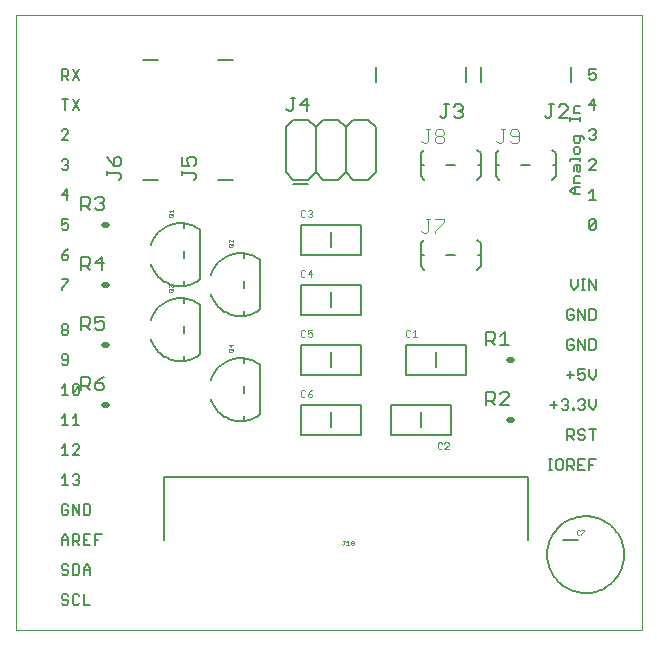
<source format=gto>
G75*
%MOIN*%
%OFA0B0*%
%FSLAX24Y24*%
%IPPOS*%
%LPD*%
%AMOC8*
5,1,8,0,0,1.08239X$1,22.5*
%
%ADD10C,0.0000*%
%ADD11C,0.0200*%
%ADD12C,0.0050*%
%ADD13C,0.0080*%
%ADD14C,0.0020*%
%ADD15C,0.0010*%
%ADD16C,0.0060*%
%ADD17C,0.0040*%
D10*
X000500Y009252D02*
X000500Y029748D01*
X021370Y029748D01*
X021370Y009252D01*
X000500Y009252D01*
D11*
X003450Y016752D02*
X003550Y016752D01*
X003550Y018752D02*
X003450Y018752D01*
X003450Y020752D02*
X003550Y020752D01*
X003550Y022752D02*
X003450Y022752D01*
X016950Y018252D02*
X017050Y018252D01*
X017050Y016252D02*
X016950Y016252D01*
D12*
X016946Y016737D02*
X016645Y016737D01*
X016946Y017038D01*
X016946Y017113D01*
X016871Y017188D01*
X016720Y017188D01*
X016645Y017113D01*
X016485Y017113D02*
X016485Y016963D01*
X016410Y016887D01*
X016185Y016887D01*
X016185Y016737D02*
X016185Y017188D01*
X016410Y017188D01*
X016485Y017113D01*
X016335Y016887D02*
X016485Y016737D01*
X016485Y018737D02*
X016335Y018887D01*
X016410Y018887D02*
X016185Y018887D01*
X016185Y018737D02*
X016185Y019188D01*
X016410Y019188D01*
X016485Y019113D01*
X016485Y018963D01*
X016410Y018887D01*
X016645Y018737D02*
X016946Y018737D01*
X016796Y018737D02*
X016796Y019188D01*
X016645Y019038D01*
X015320Y026307D02*
X015170Y026307D01*
X015095Y026382D01*
X015245Y026533D02*
X015320Y026533D01*
X015395Y026457D01*
X015395Y026382D01*
X015320Y026307D01*
X015320Y026533D02*
X015395Y026608D01*
X015395Y026683D01*
X015320Y026758D01*
X015170Y026758D01*
X015095Y026683D01*
X014934Y026758D02*
X014784Y026758D01*
X014859Y026758D02*
X014859Y026382D01*
X014784Y026307D01*
X014709Y026307D01*
X014634Y026382D01*
X018134Y026382D02*
X018209Y026307D01*
X018284Y026307D01*
X018359Y026382D01*
X018359Y026758D01*
X018284Y026758D02*
X018434Y026758D01*
X018595Y026683D02*
X018670Y026758D01*
X018820Y026758D01*
X018895Y026683D01*
X018895Y026608D01*
X018595Y026307D01*
X018895Y026307D01*
X010286Y026753D02*
X009985Y026753D01*
X010211Y026978D01*
X010211Y026527D01*
X009750Y026602D02*
X009750Y026978D01*
X009675Y026978D02*
X009825Y026978D01*
X009750Y026602D02*
X009675Y026527D01*
X009600Y026527D01*
X009525Y026602D01*
X006505Y024933D02*
X006505Y024783D01*
X006430Y024708D01*
X006280Y024708D02*
X006205Y024858D01*
X006205Y024933D01*
X006280Y025008D01*
X006430Y025008D01*
X006505Y024933D01*
X006280Y024708D02*
X006055Y024708D01*
X006055Y025008D01*
X006055Y024548D02*
X006055Y024397D01*
X006055Y024473D02*
X006430Y024473D01*
X006505Y024397D01*
X006505Y024322D01*
X006430Y024247D01*
X004005Y024322D02*
X004005Y024397D01*
X003930Y024473D01*
X003555Y024473D01*
X003555Y024548D02*
X003555Y024397D01*
X003780Y024708D02*
X003780Y024933D01*
X003855Y025008D01*
X003930Y025008D01*
X004005Y024933D01*
X004005Y024783D01*
X003930Y024708D01*
X003780Y024708D01*
X003630Y024858D01*
X003555Y025008D01*
X004005Y024322D02*
X003930Y024247D01*
X003371Y023688D02*
X003446Y023613D01*
X003446Y023538D01*
X003371Y023463D01*
X003446Y023387D01*
X003446Y023312D01*
X003371Y023237D01*
X003220Y023237D01*
X003145Y023312D01*
X002985Y023237D02*
X002835Y023387D01*
X002910Y023387D02*
X002685Y023387D01*
X002685Y023237D02*
X002685Y023688D01*
X002910Y023688D01*
X002985Y023613D01*
X002985Y023463D01*
X002910Y023387D01*
X003145Y023613D02*
X003220Y023688D01*
X003371Y023688D01*
X003371Y023463D02*
X003296Y023463D01*
X003371Y021688D02*
X003145Y021463D01*
X003446Y021463D01*
X003371Y021688D02*
X003371Y021237D01*
X002985Y021237D02*
X002835Y021387D01*
X002910Y021387D02*
X002685Y021387D01*
X002685Y021237D02*
X002685Y021688D01*
X002910Y021688D01*
X002985Y021613D01*
X002985Y021463D01*
X002910Y021387D01*
X002910Y019688D02*
X002685Y019688D01*
X002685Y019237D01*
X002685Y019387D02*
X002910Y019387D01*
X002985Y019463D01*
X002985Y019613D01*
X002910Y019688D01*
X003145Y019688D02*
X003145Y019463D01*
X003296Y019538D01*
X003371Y019538D01*
X003446Y019463D01*
X003446Y019312D01*
X003371Y019237D01*
X003220Y019237D01*
X003145Y019312D01*
X002985Y019237D02*
X002835Y019387D01*
X003145Y019688D02*
X003446Y019688D01*
X003446Y017688D02*
X003296Y017613D01*
X003145Y017463D01*
X003371Y017463D01*
X003446Y017387D01*
X003446Y017312D01*
X003371Y017237D01*
X003220Y017237D01*
X003145Y017312D01*
X003145Y017463D01*
X002985Y017463D02*
X002910Y017387D01*
X002685Y017387D01*
X002685Y017237D02*
X002685Y017688D01*
X002910Y017688D01*
X002985Y017613D01*
X002985Y017463D01*
X002835Y017387D02*
X002985Y017237D01*
D13*
X005437Y014355D02*
X017563Y014355D01*
X017563Y012252D01*
X018750Y012252D02*
X019250Y012252D01*
X018220Y011752D02*
X018222Y011823D01*
X018228Y011894D01*
X018238Y011965D01*
X018252Y012034D01*
X018269Y012103D01*
X018291Y012171D01*
X018316Y012238D01*
X018345Y012303D01*
X018377Y012366D01*
X018413Y012428D01*
X018452Y012487D01*
X018495Y012544D01*
X018540Y012599D01*
X018589Y012651D01*
X018640Y012700D01*
X018694Y012746D01*
X018751Y012790D01*
X018809Y012830D01*
X018870Y012866D01*
X018933Y012900D01*
X018998Y012929D01*
X019064Y012955D01*
X019132Y012978D01*
X019200Y012996D01*
X019270Y013011D01*
X019340Y013022D01*
X019411Y013029D01*
X019482Y013032D01*
X019553Y013031D01*
X019624Y013026D01*
X019695Y013017D01*
X019765Y013004D01*
X019834Y012988D01*
X019902Y012967D01*
X019969Y012943D01*
X020035Y012915D01*
X020098Y012883D01*
X020160Y012848D01*
X020220Y012810D01*
X020278Y012768D01*
X020333Y012724D01*
X020386Y012676D01*
X020436Y012625D01*
X020483Y012572D01*
X020527Y012516D01*
X020568Y012458D01*
X020606Y012397D01*
X020640Y012335D01*
X020670Y012270D01*
X020697Y012205D01*
X020721Y012137D01*
X020740Y012069D01*
X020756Y012000D01*
X020768Y011929D01*
X020776Y011859D01*
X020780Y011788D01*
X020780Y011716D01*
X020776Y011645D01*
X020768Y011575D01*
X020756Y011504D01*
X020740Y011435D01*
X020721Y011367D01*
X020697Y011299D01*
X020670Y011234D01*
X020640Y011169D01*
X020606Y011107D01*
X020568Y011046D01*
X020527Y010988D01*
X020483Y010932D01*
X020436Y010879D01*
X020386Y010828D01*
X020333Y010780D01*
X020278Y010736D01*
X020220Y010694D01*
X020160Y010656D01*
X020098Y010621D01*
X020035Y010589D01*
X019969Y010561D01*
X019902Y010537D01*
X019834Y010516D01*
X019765Y010500D01*
X019695Y010487D01*
X019624Y010478D01*
X019553Y010473D01*
X019482Y010472D01*
X019411Y010475D01*
X019340Y010482D01*
X019270Y010493D01*
X019200Y010508D01*
X019132Y010526D01*
X019064Y010549D01*
X018998Y010575D01*
X018933Y010604D01*
X018870Y010638D01*
X018809Y010674D01*
X018751Y010714D01*
X018694Y010758D01*
X018640Y010804D01*
X018589Y010853D01*
X018540Y010905D01*
X018495Y010960D01*
X018452Y011017D01*
X018413Y011076D01*
X018377Y011138D01*
X018345Y011201D01*
X018316Y011266D01*
X018291Y011333D01*
X018269Y011401D01*
X018252Y011470D01*
X018238Y011539D01*
X018228Y011610D01*
X018222Y011681D01*
X018220Y011752D01*
X015000Y015752D02*
X015000Y016752D01*
X013000Y016752D01*
X013000Y015752D01*
X015000Y015752D01*
X014000Y016002D02*
X014000Y016502D01*
X013500Y017752D02*
X013500Y018752D01*
X015500Y018752D01*
X015500Y017752D01*
X013500Y017752D01*
X014500Y018002D02*
X014500Y018502D01*
X014110Y021252D02*
X014000Y021362D01*
X014000Y021752D01*
X014000Y022142D01*
X014110Y022252D01*
X014100Y021752D02*
X014000Y021752D01*
X014850Y021752D02*
X015150Y021752D01*
X015900Y021752D02*
X016000Y021752D01*
X016000Y022142D01*
X015890Y022252D01*
X016000Y021752D02*
X016000Y021362D01*
X015890Y021252D01*
X015890Y024252D02*
X016000Y024362D01*
X016000Y024752D01*
X016000Y025142D01*
X015890Y025252D01*
X015900Y024752D02*
X016000Y024752D01*
X016500Y024752D02*
X016500Y024362D01*
X016610Y024252D01*
X016600Y024752D02*
X016500Y024752D01*
X016500Y025142D01*
X016610Y025252D01*
X017350Y024752D02*
X017650Y024752D01*
X018400Y024752D02*
X018500Y024752D01*
X018500Y025142D01*
X018390Y025252D01*
X018500Y024752D02*
X018500Y024362D01*
X018390Y024252D01*
X019000Y027502D02*
X019000Y028002D01*
X016000Y028002D02*
X016000Y027502D01*
X015500Y027502D02*
X015500Y028002D01*
X014110Y025252D02*
X014000Y025142D01*
X014000Y024752D01*
X014000Y024362D01*
X014110Y024252D01*
X014100Y024752D02*
X014000Y024752D01*
X014850Y024752D02*
X015150Y024752D01*
X012500Y024502D02*
X012500Y026002D01*
X012250Y026252D01*
X011750Y026252D01*
X011500Y026002D01*
X011500Y024502D01*
X011750Y024252D01*
X012250Y024252D01*
X012500Y024502D01*
X011500Y024502D02*
X011250Y024252D01*
X010750Y024252D01*
X010500Y024502D01*
X010500Y026002D01*
X010750Y026252D01*
X011250Y026252D01*
X011500Y026002D01*
X010500Y026002D02*
X010250Y026252D01*
X009750Y026252D01*
X009500Y026002D01*
X009500Y024502D01*
X009750Y024252D01*
X010250Y024252D01*
X010500Y024502D01*
X010250Y024120D02*
X009750Y024120D01*
X010000Y022752D02*
X010000Y021752D01*
X012000Y021752D01*
X012000Y022752D01*
X010000Y022752D01*
X011000Y022502D02*
X011000Y022002D01*
X010000Y020752D02*
X010000Y019752D01*
X012000Y019752D01*
X012000Y020752D01*
X010000Y020752D01*
X011000Y020502D02*
X011000Y020002D01*
X010000Y018752D02*
X010000Y017752D01*
X012000Y017752D01*
X012000Y018752D01*
X010000Y018752D01*
X011000Y018502D02*
X011000Y018002D01*
X010000Y016752D02*
X010000Y015752D01*
X012000Y015752D01*
X012000Y016752D01*
X010000Y016752D01*
X011000Y016502D02*
X011000Y016002D01*
X008650Y016428D02*
X008650Y018077D01*
X008100Y018140D02*
X008100Y018298D01*
X008100Y017365D02*
X008100Y017140D01*
X008650Y018077D02*
X008599Y018114D01*
X008546Y018149D01*
X008490Y018181D01*
X008433Y018209D01*
X008374Y018233D01*
X008314Y018254D01*
X008253Y018271D01*
X008191Y018285D01*
X008128Y018294D01*
X008065Y018300D01*
X008001Y018302D01*
X007937Y018300D01*
X007874Y018294D01*
X007811Y018285D01*
X007749Y018272D01*
X007688Y018254D01*
X007628Y018234D01*
X007569Y018209D01*
X007512Y018182D01*
X007456Y018150D01*
X007403Y018116D01*
X007352Y018078D01*
X007303Y018037D01*
X007257Y017993D01*
X007213Y017947D01*
X007172Y017898D01*
X007135Y017847D01*
X007100Y017793D01*
X007069Y017738D01*
X007041Y017681D01*
X007017Y017622D01*
X006997Y017562D01*
X006650Y018428D02*
X006650Y020077D01*
X006100Y020140D02*
X006100Y020298D01*
X006100Y020707D02*
X006100Y020865D01*
X006650Y020928D02*
X006650Y022577D01*
X006100Y022640D02*
X006100Y022798D01*
X006100Y021865D02*
X006100Y021640D01*
X006650Y022577D02*
X006599Y022614D01*
X006546Y022649D01*
X006490Y022681D01*
X006433Y022709D01*
X006374Y022733D01*
X006314Y022754D01*
X006253Y022771D01*
X006191Y022785D01*
X006128Y022794D01*
X006065Y022800D01*
X006001Y022802D01*
X005937Y022800D01*
X005874Y022794D01*
X005811Y022785D01*
X005749Y022772D01*
X005688Y022754D01*
X005628Y022734D01*
X005569Y022709D01*
X005512Y022682D01*
X005456Y022650D01*
X005403Y022616D01*
X005352Y022578D01*
X005303Y022537D01*
X005257Y022493D01*
X005213Y022447D01*
X005172Y022398D01*
X005135Y022347D01*
X005100Y022293D01*
X005069Y022238D01*
X005041Y022181D01*
X005017Y022122D01*
X004997Y022062D01*
X004997Y021442D02*
X005017Y021382D01*
X005041Y021323D01*
X005069Y021266D01*
X005100Y021211D01*
X005135Y021157D01*
X005172Y021106D01*
X005213Y021057D01*
X005257Y021011D01*
X005303Y020967D01*
X005352Y020926D01*
X005403Y020888D01*
X005456Y020854D01*
X005512Y020823D01*
X005569Y020795D01*
X005628Y020770D01*
X005688Y020750D01*
X005749Y020732D01*
X005811Y020719D01*
X005874Y020710D01*
X005937Y020704D01*
X006001Y020702D01*
X006065Y020704D01*
X006128Y020710D01*
X006191Y020719D01*
X006253Y020733D01*
X006314Y020750D01*
X006374Y020771D01*
X006433Y020795D01*
X006490Y020823D01*
X006546Y020855D01*
X006599Y020890D01*
X006650Y020927D01*
X006100Y019365D02*
X006100Y019140D01*
X006650Y020077D02*
X006599Y020114D01*
X006546Y020149D01*
X006490Y020181D01*
X006433Y020209D01*
X006374Y020233D01*
X006314Y020254D01*
X006253Y020271D01*
X006191Y020285D01*
X006128Y020294D01*
X006065Y020300D01*
X006001Y020302D01*
X005937Y020300D01*
X005874Y020294D01*
X005811Y020285D01*
X005749Y020272D01*
X005688Y020254D01*
X005628Y020234D01*
X005569Y020209D01*
X005512Y020182D01*
X005456Y020150D01*
X005403Y020116D01*
X005352Y020078D01*
X005303Y020037D01*
X005257Y019993D01*
X005213Y019947D01*
X005172Y019898D01*
X005135Y019847D01*
X005100Y019793D01*
X005069Y019738D01*
X005041Y019681D01*
X005017Y019622D01*
X004997Y019562D01*
X004997Y018942D02*
X005017Y018882D01*
X005041Y018823D01*
X005069Y018766D01*
X005100Y018711D01*
X005135Y018657D01*
X005172Y018606D01*
X005213Y018557D01*
X005257Y018511D01*
X005303Y018467D01*
X005352Y018426D01*
X005403Y018388D01*
X005456Y018354D01*
X005512Y018323D01*
X005569Y018295D01*
X005628Y018270D01*
X005688Y018250D01*
X005749Y018232D01*
X005811Y018219D01*
X005874Y018210D01*
X005937Y018204D01*
X006001Y018202D01*
X006065Y018204D01*
X006128Y018210D01*
X006191Y018219D01*
X006253Y018233D01*
X006314Y018250D01*
X006374Y018271D01*
X006433Y018295D01*
X006490Y018323D01*
X006546Y018355D01*
X006599Y018390D01*
X006650Y018427D01*
X006100Y018365D02*
X006100Y018207D01*
X006997Y016942D02*
X007017Y016882D01*
X007041Y016823D01*
X007069Y016766D01*
X007100Y016711D01*
X007135Y016657D01*
X007172Y016606D01*
X007213Y016557D01*
X007257Y016511D01*
X007303Y016467D01*
X007352Y016426D01*
X007403Y016388D01*
X007456Y016354D01*
X007512Y016323D01*
X007569Y016295D01*
X007628Y016270D01*
X007688Y016250D01*
X007749Y016232D01*
X007811Y016219D01*
X007874Y016210D01*
X007937Y016204D01*
X008001Y016202D01*
X008065Y016204D01*
X008128Y016210D01*
X008191Y016219D01*
X008253Y016233D01*
X008314Y016250D01*
X008374Y016271D01*
X008433Y016295D01*
X008490Y016323D01*
X008546Y016355D01*
X008599Y016390D01*
X008650Y016427D01*
X008100Y016365D02*
X008100Y016207D01*
X008100Y019707D02*
X008100Y019865D01*
X008650Y019928D02*
X008650Y021577D01*
X008100Y021640D02*
X008100Y021798D01*
X008100Y020865D02*
X008100Y020640D01*
X008650Y021577D02*
X008599Y021614D01*
X008546Y021649D01*
X008490Y021681D01*
X008433Y021709D01*
X008374Y021733D01*
X008314Y021754D01*
X008253Y021771D01*
X008191Y021785D01*
X008128Y021794D01*
X008065Y021800D01*
X008001Y021802D01*
X007937Y021800D01*
X007874Y021794D01*
X007811Y021785D01*
X007749Y021772D01*
X007688Y021754D01*
X007628Y021734D01*
X007569Y021709D01*
X007512Y021682D01*
X007456Y021650D01*
X007403Y021616D01*
X007352Y021578D01*
X007303Y021537D01*
X007257Y021493D01*
X007213Y021447D01*
X007172Y021398D01*
X007135Y021347D01*
X007100Y021293D01*
X007069Y021238D01*
X007041Y021181D01*
X007017Y021122D01*
X006997Y021062D01*
X006997Y020442D02*
X007017Y020382D01*
X007041Y020323D01*
X007069Y020266D01*
X007100Y020211D01*
X007135Y020157D01*
X007172Y020106D01*
X007213Y020057D01*
X007257Y020011D01*
X007303Y019967D01*
X007352Y019926D01*
X007403Y019888D01*
X007456Y019854D01*
X007512Y019823D01*
X007569Y019795D01*
X007628Y019770D01*
X007688Y019750D01*
X007749Y019732D01*
X007811Y019719D01*
X007874Y019710D01*
X007937Y019704D01*
X008001Y019702D01*
X008065Y019704D01*
X008128Y019710D01*
X008191Y019719D01*
X008253Y019733D01*
X008314Y019750D01*
X008374Y019771D01*
X008433Y019795D01*
X008490Y019823D01*
X008546Y019855D01*
X008599Y019890D01*
X008650Y019927D01*
X007750Y024252D02*
X007250Y024252D01*
X005250Y024252D02*
X004750Y024252D01*
X004750Y028252D02*
X005250Y028252D01*
X007250Y028252D02*
X007750Y028252D01*
X012500Y028002D02*
X012500Y027502D01*
X005437Y014355D02*
X005437Y012252D01*
D14*
X010047Y017012D02*
X010120Y017012D01*
X010157Y017049D01*
X010231Y017049D02*
X010268Y017012D01*
X010341Y017012D01*
X010378Y017049D01*
X010378Y017086D01*
X010341Y017122D01*
X010231Y017122D01*
X010231Y017049D01*
X010231Y017122D02*
X010304Y017196D01*
X010378Y017233D01*
X010157Y017196D02*
X010120Y017233D01*
X010047Y017233D01*
X010010Y017196D01*
X010010Y017049D01*
X010047Y017012D01*
X010047Y019012D02*
X010120Y019012D01*
X010157Y019049D01*
X010231Y019049D02*
X010268Y019012D01*
X010341Y019012D01*
X010378Y019049D01*
X010378Y019122D01*
X010341Y019159D01*
X010304Y019159D01*
X010231Y019122D01*
X010231Y019233D01*
X010378Y019233D01*
X010157Y019196D02*
X010120Y019233D01*
X010047Y019233D01*
X010010Y019196D01*
X010010Y019049D01*
X010047Y019012D01*
X010047Y021012D02*
X010120Y021012D01*
X010157Y021049D01*
X010231Y021122D02*
X010341Y021233D01*
X010341Y021012D01*
X010378Y021122D02*
X010231Y021122D01*
X010157Y021196D02*
X010120Y021233D01*
X010047Y021233D01*
X010010Y021196D01*
X010010Y021049D01*
X010047Y021012D01*
X010047Y023012D02*
X010120Y023012D01*
X010157Y023049D01*
X010231Y023049D02*
X010268Y023012D01*
X010341Y023012D01*
X010378Y023049D01*
X010378Y023086D01*
X010341Y023122D01*
X010304Y023122D01*
X010341Y023122D02*
X010378Y023159D01*
X010378Y023196D01*
X010341Y023233D01*
X010268Y023233D01*
X010231Y023196D01*
X010157Y023196D02*
X010120Y023233D01*
X010047Y023233D01*
X010010Y023196D01*
X010010Y023049D01*
X010047Y023012D01*
X007740Y022253D02*
X007740Y022160D01*
X007647Y022253D01*
X007623Y022253D01*
X007600Y022230D01*
X007600Y022183D01*
X007623Y022160D01*
X007623Y022106D02*
X007717Y022106D01*
X007740Y022082D01*
X007740Y022036D01*
X007717Y022012D01*
X007623Y022012D01*
X007600Y022036D01*
X007600Y022082D01*
X007623Y022106D01*
X007693Y022059D02*
X007740Y022106D01*
X005740Y023036D02*
X005717Y023012D01*
X005623Y023012D01*
X005600Y023036D01*
X005600Y023082D01*
X005623Y023106D01*
X005717Y023106D01*
X005740Y023082D01*
X005740Y023036D01*
X005693Y023059D02*
X005740Y023106D01*
X005740Y023160D02*
X005740Y023253D01*
X005740Y023206D02*
X005600Y023206D01*
X005647Y023160D01*
X005623Y020753D02*
X005647Y020753D01*
X005670Y020730D01*
X005693Y020753D01*
X005717Y020753D01*
X005740Y020730D01*
X005740Y020683D01*
X005717Y020660D01*
X005717Y020606D02*
X005623Y020606D01*
X005600Y020582D01*
X005600Y020536D01*
X005623Y020512D01*
X005717Y020512D01*
X005740Y020536D01*
X005740Y020582D01*
X005717Y020606D01*
X005740Y020606D02*
X005693Y020559D01*
X005623Y020660D02*
X005600Y020683D01*
X005600Y020730D01*
X005623Y020753D01*
X005670Y020730D02*
X005670Y020706D01*
X007600Y018730D02*
X007670Y018660D01*
X007670Y018753D01*
X007740Y018730D02*
X007600Y018730D01*
X007623Y018606D02*
X007717Y018606D01*
X007740Y018582D01*
X007740Y018536D01*
X007717Y018512D01*
X007623Y018512D01*
X007600Y018536D01*
X007600Y018582D01*
X007623Y018606D01*
X007693Y018559D02*
X007740Y018606D01*
X011428Y012211D02*
X011474Y012211D01*
X011451Y012211D02*
X011451Y012094D01*
X011428Y012071D01*
X011404Y012071D01*
X011381Y012094D01*
X011528Y012071D02*
X011622Y012071D01*
X011575Y012071D02*
X011575Y012211D01*
X011528Y012164D01*
X011676Y012188D02*
X011699Y012211D01*
X011746Y012211D01*
X011769Y012188D01*
X011676Y012094D01*
X011699Y012071D01*
X011746Y012071D01*
X011769Y012094D01*
X011769Y012188D01*
X011676Y012188D02*
X011676Y012094D01*
X014605Y015272D02*
X014678Y015272D01*
X014715Y015309D01*
X014789Y015272D02*
X014936Y015419D01*
X014936Y015456D01*
X014899Y015493D01*
X014826Y015493D01*
X014789Y015456D01*
X014715Y015456D02*
X014678Y015493D01*
X014605Y015493D01*
X014568Y015456D01*
X014568Y015309D01*
X014605Y015272D01*
X014789Y015272D02*
X014936Y015272D01*
X013878Y019012D02*
X013731Y019012D01*
X013804Y019012D02*
X013804Y019233D01*
X013731Y019159D01*
X013657Y019196D02*
X013620Y019233D01*
X013547Y019233D01*
X013510Y019196D01*
X013510Y019049D01*
X013547Y019012D01*
X013620Y019012D01*
X013657Y019049D01*
D15*
X019230Y012557D02*
X019205Y012532D01*
X019205Y012432D01*
X019230Y012407D01*
X019280Y012407D01*
X019305Y012432D01*
X019352Y012432D02*
X019352Y012407D01*
X019352Y012432D02*
X019452Y012532D01*
X019452Y012557D01*
X019352Y012557D01*
X019305Y012532D02*
X019280Y012557D01*
X019230Y012557D01*
D16*
X019248Y014582D02*
X019475Y014582D01*
X019617Y014582D02*
X019617Y014923D01*
X019844Y014923D01*
X019730Y014753D02*
X019617Y014753D01*
X019475Y014923D02*
X019248Y014923D01*
X019248Y014582D01*
X019107Y014582D02*
X018993Y014696D01*
X019050Y014696D02*
X018880Y014696D01*
X018880Y014582D02*
X018880Y014923D01*
X019050Y014923D01*
X019107Y014866D01*
X019107Y014753D01*
X019050Y014696D01*
X019248Y014753D02*
X019362Y014753D01*
X018739Y014639D02*
X018739Y014866D01*
X018682Y014923D01*
X018568Y014923D01*
X018512Y014866D01*
X018512Y014639D01*
X018568Y014582D01*
X018682Y014582D01*
X018739Y014639D01*
X018380Y014582D02*
X018266Y014582D01*
X018323Y014582D02*
X018323Y014923D01*
X018266Y014923D02*
X018380Y014923D01*
X018880Y015582D02*
X018880Y015923D01*
X019050Y015923D01*
X019107Y015866D01*
X019107Y015753D01*
X019050Y015696D01*
X018880Y015696D01*
X018993Y015696D02*
X019107Y015582D01*
X019248Y015639D02*
X019305Y015582D01*
X019419Y015582D01*
X019475Y015639D01*
X019475Y015696D01*
X019419Y015753D01*
X019305Y015753D01*
X019248Y015809D01*
X019248Y015866D01*
X019305Y015923D01*
X019419Y015923D01*
X019475Y015866D01*
X019617Y015923D02*
X019844Y015923D01*
X019730Y015923D02*
X019730Y015582D01*
X019730Y016582D02*
X019617Y016696D01*
X019617Y016923D01*
X019475Y016866D02*
X019475Y016809D01*
X019419Y016753D01*
X019475Y016696D01*
X019475Y016639D01*
X019419Y016582D01*
X019305Y016582D01*
X019248Y016639D01*
X019121Y016639D02*
X019121Y016582D01*
X019064Y016582D01*
X019064Y016639D01*
X019121Y016639D01*
X018923Y016639D02*
X018866Y016582D01*
X018753Y016582D01*
X018696Y016639D01*
X018809Y016753D02*
X018866Y016753D01*
X018923Y016696D01*
X018923Y016639D01*
X018866Y016753D02*
X018923Y016809D01*
X018923Y016866D01*
X018866Y016923D01*
X018753Y016923D01*
X018696Y016866D01*
X018554Y016753D02*
X018328Y016753D01*
X018441Y016866D02*
X018441Y016639D01*
X019248Y016866D02*
X019305Y016923D01*
X019419Y016923D01*
X019475Y016866D01*
X019419Y016753D02*
X019362Y016753D01*
X019730Y016582D02*
X019844Y016696D01*
X019844Y016923D01*
X019730Y017582D02*
X019844Y017696D01*
X019844Y017923D01*
X019617Y017923D02*
X019617Y017696D01*
X019730Y017582D01*
X019475Y017639D02*
X019419Y017582D01*
X019305Y017582D01*
X019248Y017639D01*
X019248Y017753D02*
X019362Y017809D01*
X019419Y017809D01*
X019475Y017753D01*
X019475Y017639D01*
X019248Y017753D02*
X019248Y017923D01*
X019475Y017923D01*
X019107Y017753D02*
X018880Y017753D01*
X018993Y017866D02*
X018993Y017639D01*
X018937Y018582D02*
X019050Y018582D01*
X019107Y018639D01*
X019107Y018753D01*
X018993Y018753D01*
X018880Y018866D02*
X018880Y018639D01*
X018937Y018582D01*
X018880Y018866D02*
X018937Y018923D01*
X019050Y018923D01*
X019107Y018866D01*
X019248Y018923D02*
X019475Y018582D01*
X019475Y018923D01*
X019617Y018923D02*
X019617Y018582D01*
X019787Y018582D01*
X019844Y018639D01*
X019844Y018866D01*
X019787Y018923D01*
X019617Y018923D01*
X019248Y018923D02*
X019248Y018582D01*
X019248Y019582D02*
X019248Y019923D01*
X019475Y019582D01*
X019475Y019923D01*
X019617Y019923D02*
X019617Y019582D01*
X019787Y019582D01*
X019844Y019639D01*
X019844Y019866D01*
X019787Y019923D01*
X019617Y019923D01*
X019107Y019866D02*
X019050Y019923D01*
X018937Y019923D01*
X018880Y019866D01*
X018880Y019639D01*
X018937Y019582D01*
X019050Y019582D01*
X019107Y019639D01*
X019107Y019753D01*
X018993Y019753D01*
X019116Y020582D02*
X019230Y020696D01*
X019230Y020923D01*
X019371Y020923D02*
X019485Y020923D01*
X019428Y020923D02*
X019428Y020582D01*
X019371Y020582D02*
X019485Y020582D01*
X019617Y020582D02*
X019617Y020923D01*
X019844Y020582D01*
X019844Y020923D01*
X019116Y020582D02*
X019003Y020696D01*
X019003Y020923D01*
X019673Y022582D02*
X019617Y022639D01*
X019844Y022866D01*
X019844Y022639D01*
X019787Y022582D01*
X019673Y022582D01*
X019617Y022639D02*
X019617Y022866D01*
X019673Y022923D01*
X019787Y022923D01*
X019844Y022866D01*
X019844Y023582D02*
X019617Y023582D01*
X019730Y023582D02*
X019730Y023923D01*
X019617Y023809D01*
X019325Y023763D02*
X019098Y023763D01*
X018985Y023877D01*
X019098Y023990D01*
X019325Y023990D01*
X019325Y024131D02*
X019098Y024131D01*
X019098Y024302D01*
X019155Y024358D01*
X019325Y024358D01*
X019268Y024500D02*
X019212Y024556D01*
X019212Y024727D01*
X019155Y024727D02*
X019325Y024727D01*
X019325Y024556D01*
X019268Y024500D01*
X019098Y024556D02*
X019098Y024670D01*
X019155Y024727D01*
X019325Y024868D02*
X019325Y024981D01*
X019325Y024925D02*
X018985Y024925D01*
X018985Y024868D01*
X019155Y025114D02*
X019098Y025170D01*
X019098Y025284D01*
X019155Y025340D01*
X019268Y025340D01*
X019325Y025284D01*
X019325Y025170D01*
X019268Y025114D01*
X019155Y025114D01*
X019155Y025482D02*
X019268Y025482D01*
X019325Y025539D01*
X019325Y025709D01*
X019382Y025709D02*
X019098Y025709D01*
X019098Y025539D01*
X019155Y025482D01*
X019438Y025595D02*
X019438Y025652D01*
X019382Y025709D01*
X019617Y025639D02*
X019673Y025582D01*
X019787Y025582D01*
X019844Y025639D01*
X019844Y025696D01*
X019787Y025753D01*
X019730Y025753D01*
X019787Y025753D02*
X019844Y025809D01*
X019844Y025866D01*
X019787Y025923D01*
X019673Y025923D01*
X019617Y025866D01*
X019325Y026219D02*
X019325Y026332D01*
X019325Y026275D02*
X018985Y026275D01*
X018985Y026219D02*
X018985Y026332D01*
X019098Y026464D02*
X019098Y026634D01*
X019155Y026691D01*
X019325Y026691D01*
X019325Y026464D02*
X019098Y026464D01*
X019617Y026753D02*
X019844Y026753D01*
X019787Y026923D02*
X019787Y026582D01*
X019617Y026753D02*
X019787Y026923D01*
X019787Y027582D02*
X019673Y027582D01*
X019617Y027639D01*
X019617Y027753D02*
X019730Y027809D01*
X019787Y027809D01*
X019844Y027753D01*
X019844Y027639D01*
X019787Y027582D01*
X019617Y027753D02*
X019617Y027923D01*
X019844Y027923D01*
X019787Y024923D02*
X019673Y024923D01*
X019617Y024866D01*
X019787Y024923D02*
X019844Y024866D01*
X019844Y024809D01*
X019617Y024582D01*
X019844Y024582D01*
X019155Y023990D02*
X019155Y023763D01*
X003362Y012423D02*
X003135Y012423D01*
X003135Y012082D01*
X002993Y012082D02*
X002767Y012082D01*
X002767Y012423D01*
X002993Y012423D01*
X002880Y012253D02*
X002767Y012253D01*
X002625Y012253D02*
X002568Y012196D01*
X002398Y012196D01*
X002398Y012082D02*
X002398Y012423D01*
X002568Y012423D01*
X002625Y012366D01*
X002625Y012253D01*
X002512Y012196D02*
X002625Y012082D01*
X002257Y012082D02*
X002257Y012309D01*
X002143Y012423D01*
X002030Y012309D01*
X002030Y012082D01*
X002030Y012253D02*
X002257Y012253D01*
X002200Y011423D02*
X002087Y011423D01*
X002030Y011366D01*
X002030Y011309D01*
X002087Y011253D01*
X002200Y011253D01*
X002257Y011196D01*
X002257Y011139D01*
X002200Y011082D01*
X002087Y011082D01*
X002030Y011139D01*
X002257Y011366D02*
X002200Y011423D01*
X002398Y011423D02*
X002398Y011082D01*
X002568Y011082D01*
X002625Y011139D01*
X002625Y011366D01*
X002568Y011423D01*
X002398Y011423D01*
X002767Y011309D02*
X002880Y011423D01*
X002993Y011309D01*
X002993Y011082D01*
X002993Y011253D02*
X002767Y011253D01*
X002767Y011309D02*
X002767Y011082D01*
X002767Y010423D02*
X002767Y010082D01*
X002993Y010082D01*
X002625Y010139D02*
X002568Y010082D01*
X002455Y010082D01*
X002398Y010139D01*
X002398Y010366D01*
X002455Y010423D01*
X002568Y010423D01*
X002625Y010366D01*
X002257Y010366D02*
X002200Y010423D01*
X002087Y010423D01*
X002030Y010366D01*
X002030Y010309D01*
X002087Y010253D01*
X002200Y010253D01*
X002257Y010196D01*
X002257Y010139D01*
X002200Y010082D01*
X002087Y010082D01*
X002030Y010139D01*
X003135Y012253D02*
X003248Y012253D01*
X002937Y013082D02*
X002767Y013082D01*
X002767Y013423D01*
X002937Y013423D01*
X002993Y013366D01*
X002993Y013139D01*
X002937Y013082D01*
X002625Y013082D02*
X002625Y013423D01*
X002398Y013423D02*
X002398Y013082D01*
X002257Y013139D02*
X002257Y013253D01*
X002143Y013253D01*
X002030Y013366D02*
X002030Y013139D01*
X002087Y013082D01*
X002200Y013082D01*
X002257Y013139D01*
X002257Y013366D02*
X002200Y013423D01*
X002087Y013423D01*
X002030Y013366D01*
X002398Y013423D02*
X002625Y013082D01*
X002568Y014082D02*
X002455Y014082D01*
X002398Y014139D01*
X002257Y014082D02*
X002030Y014082D01*
X002143Y014082D02*
X002143Y014423D01*
X002030Y014309D01*
X002398Y014366D02*
X002455Y014423D01*
X002568Y014423D01*
X002625Y014366D01*
X002625Y014309D01*
X002568Y014253D01*
X002625Y014196D01*
X002625Y014139D01*
X002568Y014082D01*
X002568Y014253D02*
X002512Y014253D01*
X002625Y015082D02*
X002398Y015082D01*
X002625Y015309D01*
X002625Y015366D01*
X002568Y015423D01*
X002455Y015423D01*
X002398Y015366D01*
X002257Y015082D02*
X002030Y015082D01*
X002143Y015082D02*
X002143Y015423D01*
X002030Y015309D01*
X002030Y016082D02*
X002257Y016082D01*
X002143Y016082D02*
X002143Y016423D01*
X002030Y016309D01*
X002398Y016309D02*
X002512Y016423D01*
X002512Y016082D01*
X002625Y016082D02*
X002398Y016082D01*
X002455Y017082D02*
X002398Y017139D01*
X002625Y017366D01*
X002625Y017139D01*
X002568Y017082D01*
X002455Y017082D01*
X002398Y017139D02*
X002398Y017366D01*
X002455Y017423D01*
X002568Y017423D01*
X002625Y017366D01*
X002257Y017082D02*
X002030Y017082D01*
X002143Y017082D02*
X002143Y017423D01*
X002030Y017309D01*
X002087Y018082D02*
X002200Y018082D01*
X002257Y018139D01*
X002257Y018366D01*
X002200Y018423D01*
X002087Y018423D01*
X002030Y018366D01*
X002030Y018309D01*
X002087Y018253D01*
X002257Y018253D01*
X002087Y018082D02*
X002030Y018139D01*
X002087Y019082D02*
X002030Y019139D01*
X002030Y019196D01*
X002087Y019253D01*
X002200Y019253D01*
X002257Y019196D01*
X002257Y019139D01*
X002200Y019082D01*
X002087Y019082D01*
X002087Y019253D02*
X002030Y019309D01*
X002030Y019366D01*
X002087Y019423D01*
X002200Y019423D01*
X002257Y019366D01*
X002257Y019309D01*
X002200Y019253D01*
X002030Y020582D02*
X002030Y020639D01*
X002257Y020866D01*
X002257Y020923D01*
X002030Y020923D01*
X002087Y021582D02*
X002200Y021582D01*
X002257Y021639D01*
X002257Y021696D01*
X002200Y021753D01*
X002030Y021753D01*
X002030Y021639D01*
X002087Y021582D01*
X002030Y021753D02*
X002143Y021866D01*
X002257Y021923D01*
X002200Y022582D02*
X002087Y022582D01*
X002030Y022639D01*
X002030Y022753D02*
X002143Y022809D01*
X002200Y022809D01*
X002257Y022753D01*
X002257Y022639D01*
X002200Y022582D01*
X002030Y022753D02*
X002030Y022923D01*
X002257Y022923D01*
X002200Y023582D02*
X002200Y023923D01*
X002030Y023753D01*
X002257Y023753D01*
X002200Y024582D02*
X002087Y024582D01*
X002030Y024639D01*
X002143Y024753D02*
X002200Y024753D01*
X002257Y024696D01*
X002257Y024639D01*
X002200Y024582D01*
X002200Y024753D02*
X002257Y024809D01*
X002257Y024866D01*
X002200Y024923D01*
X002087Y024923D01*
X002030Y024866D01*
X002030Y025582D02*
X002257Y025809D01*
X002257Y025866D01*
X002200Y025923D01*
X002087Y025923D01*
X002030Y025866D01*
X002030Y025582D02*
X002257Y025582D01*
X002143Y026582D02*
X002143Y026923D01*
X002030Y026923D02*
X002257Y026923D01*
X002398Y026923D02*
X002625Y026582D01*
X002398Y026582D02*
X002625Y026923D01*
X002625Y027582D02*
X002398Y027923D01*
X002257Y027866D02*
X002257Y027753D01*
X002200Y027696D01*
X002030Y027696D01*
X002143Y027696D02*
X002257Y027582D01*
X002398Y027582D02*
X002625Y027923D01*
X002257Y027866D02*
X002200Y027923D01*
X002030Y027923D01*
X002030Y027582D01*
D17*
X014020Y025549D02*
X014097Y025472D01*
X014173Y025472D01*
X014250Y025549D01*
X014250Y025933D01*
X014173Y025933D02*
X014327Y025933D01*
X014480Y025856D02*
X014480Y025779D01*
X014557Y025703D01*
X014711Y025703D01*
X014787Y025626D01*
X014787Y025549D01*
X014711Y025472D01*
X014557Y025472D01*
X014480Y025549D01*
X014480Y025626D01*
X014557Y025703D01*
X014711Y025703D02*
X014787Y025779D01*
X014787Y025856D01*
X014711Y025933D01*
X014557Y025933D01*
X014480Y025856D01*
X016520Y025549D02*
X016597Y025472D01*
X016673Y025472D01*
X016750Y025549D01*
X016750Y025933D01*
X016673Y025933D02*
X016827Y025933D01*
X016980Y025856D02*
X016980Y025779D01*
X017057Y025703D01*
X017287Y025703D01*
X017287Y025856D02*
X017287Y025549D01*
X017211Y025472D01*
X017057Y025472D01*
X016980Y025549D01*
X016980Y025856D02*
X017057Y025933D01*
X017211Y025933D01*
X017287Y025856D01*
X014787Y022933D02*
X014787Y022856D01*
X014480Y022549D01*
X014480Y022472D01*
X014250Y022549D02*
X014250Y022933D01*
X014173Y022933D02*
X014327Y022933D01*
X014480Y022933D02*
X014787Y022933D01*
X014250Y022549D02*
X014173Y022472D01*
X014097Y022472D01*
X014020Y022549D01*
M02*

</source>
